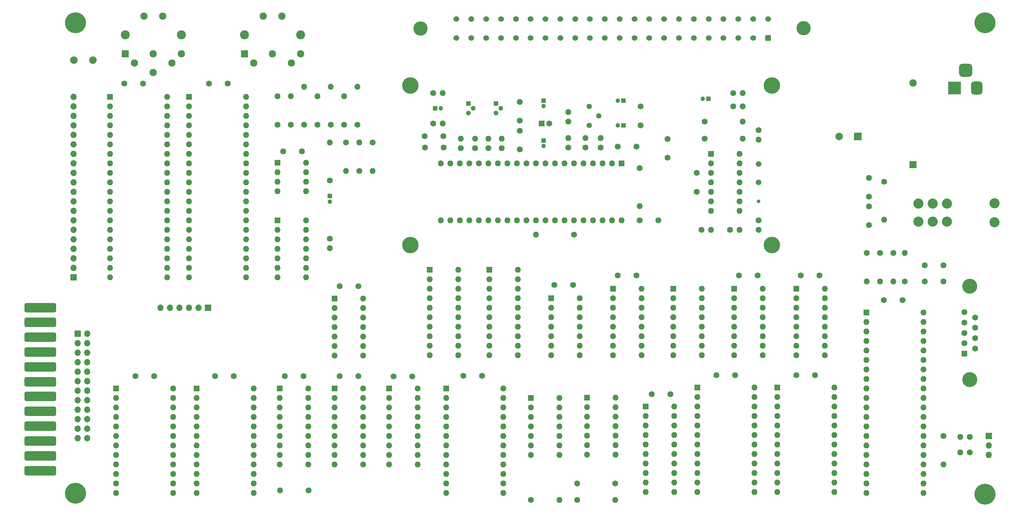
<source format=gbr>
%TF.GenerationSoftware,KiCad,Pcbnew,(6.0.4-0)*%
%TF.CreationDate,2022-05-16T08:16:05-04:00*%
%TF.ProjectId,VIC20Reloaded-1.1-002,56494332-3052-4656-9c6f-616465642d31,1.1-002D*%
%TF.SameCoordinates,Original*%
%TF.FileFunction,Soldermask,Top*%
%TF.FilePolarity,Negative*%
%FSLAX46Y46*%
G04 Gerber Fmt 4.6, Leading zero omitted, Abs format (unit mm)*
G04 Created by KiCad (PCBNEW (6.0.4-0)) date 2022-05-16 08:16:05*
%MOMM*%
%LPD*%
G01*
G04 APERTURE LIST*
G04 Aperture macros list*
%AMRoundRect*
0 Rectangle with rounded corners*
0 $1 Rounding radius*
0 $2 $3 $4 $5 $6 $7 $8 $9 X,Y pos of 4 corners*
0 Add a 4 corners polygon primitive as box body*
4,1,4,$2,$3,$4,$5,$6,$7,$8,$9,$2,$3,0*
0 Add four circle primitives for the rounded corners*
1,1,$1+$1,$2,$3*
1,1,$1+$1,$4,$5*
1,1,$1+$1,$6,$7*
1,1,$1+$1,$8,$9*
0 Add four rect primitives between the rounded corners*
20,1,$1+$1,$2,$3,$4,$5,0*
20,1,$1+$1,$4,$5,$6,$7,0*
20,1,$1+$1,$6,$7,$8,$9,0*
20,1,$1+$1,$8,$9,$2,$3,0*%
G04 Aperture macros list end*
%ADD10C,1.600000*%
%ADD11R,1.200000X1.200000*%
%ADD12C,1.200000*%
%ADD13R,1.600000X1.600000*%
%ADD14O,1.600000X1.600000*%
%ADD15RoundRect,0.444500X3.784600X-0.800100X3.784600X0.800100X-3.784600X0.800100X-3.784600X-0.800100X0*%
%ADD16C,2.400000*%
%ADD17R,1.950000X1.950000*%
%ADD18C,1.950000*%
%ADD19R,3.500000X3.500000*%
%ADD20RoundRect,0.750000X0.750000X1.000000X-0.750000X1.000000X-0.750000X-1.000000X0.750000X-1.000000X0*%
%ADD21RoundRect,0.875000X0.875000X0.875000X-0.875000X0.875000X-0.875000X-0.875000X0.875000X-0.875000X0*%
%ADD22R,1.700000X1.700000*%
%ADD23O,1.700000X1.700000*%
%ADD24R,1.300000X1.300000*%
%ADD25C,1.300000*%
%ADD26C,1.500000*%
%ADD27C,1.440000*%
%ADD28C,5.600000*%
%ADD29C,2.700000*%
%ADD30C,4.400000*%
%ADD31R,2.000000X2.000000*%
%ADD32C,2.000000*%
%ADD33C,1.000000*%
%ADD34C,4.000000*%
%ADD35R,1.980000X1.980000*%
%ADD36C,1.980000*%
%ADD37R,1.524000X1.524000*%
%ADD38C,1.524000*%
%ADD39C,3.810000*%
G04 APERTURE END LIST*
D10*
X218313000Y-67771000D03*
X218313000Y-72771000D03*
D11*
X177419000Y-48387000D03*
D12*
X177419000Y-49887000D03*
D11*
X221466000Y-47920000D03*
D12*
X219966000Y-47920000D03*
D11*
X198731000Y-48387000D03*
D12*
X197231000Y-48387000D03*
D10*
X203073000Y-80391000D03*
X208073000Y-80391000D03*
X145669000Y-57912000D03*
X150669000Y-57912000D03*
X197231000Y-60706000D03*
X202231000Y-60706000D03*
D11*
X177419000Y-59055000D03*
D12*
X177419000Y-60555000D03*
D10*
X171069000Y-61468000D03*
X171069000Y-56468000D03*
D13*
X176911000Y-54483000D03*
D10*
X178911000Y-54483000D03*
X113364000Y-122047000D03*
X108364000Y-122047000D03*
X284186000Y-92456000D03*
X279186000Y-92456000D03*
X284226000Y-96774000D03*
X279226000Y-96774000D03*
X142367000Y-122174000D03*
X137367000Y-122174000D03*
X127969000Y-122047000D03*
X122969000Y-122047000D03*
X73486000Y-122047000D03*
X68486000Y-122047000D03*
X128016000Y-98044000D03*
X123016000Y-98044000D03*
X161036000Y-121969000D03*
X156036000Y-121969000D03*
X251126000Y-95123000D03*
X246126000Y-95123000D03*
X88138000Y-43815000D03*
X93138000Y-43815000D03*
X70532000Y-43815000D03*
X65532000Y-43815000D03*
X112950000Y-61976000D03*
X107950000Y-61976000D03*
D11*
X120396000Y-73914000D03*
D12*
X120396000Y-75414000D03*
D10*
X94742000Y-122047000D03*
X89742000Y-122047000D03*
X180293000Y-97663000D03*
X185293000Y-97663000D03*
X210566000Y-63674000D03*
X210566000Y-58674000D03*
X203327000Y-54991000D03*
X203327000Y-49991000D03*
X291211000Y-138303000D03*
D14*
X288671000Y-138303000D03*
D10*
X291211000Y-142494000D03*
D14*
X288671000Y-142494000D03*
D10*
X220450000Y-58588000D03*
D14*
X230610000Y-58588000D03*
D10*
X219583000Y-82931000D03*
D14*
X222123000Y-82931000D03*
D10*
X120396000Y-69723000D03*
D14*
X120396000Y-59563000D03*
D10*
X184023000Y-60960000D03*
D14*
X184023000Y-58420000D03*
D10*
X185547000Y-84201000D03*
D14*
X175387000Y-84201000D03*
D10*
X120396000Y-85344000D03*
D14*
X120396000Y-87884000D03*
D10*
X186436000Y-155194000D03*
D14*
X196596000Y-155194000D03*
D10*
X196596000Y-150749000D03*
D14*
X186436000Y-150749000D03*
D15*
X43045000Y-103763800D03*
X43055000Y-107728200D03*
X43055000Y-111690600D03*
X43055000Y-115653000D03*
X43055000Y-119615400D03*
X43055000Y-123577800D03*
X43055000Y-127540200D03*
X43055000Y-131502600D03*
X43055000Y-135465000D03*
X43055000Y-139427400D03*
X43055000Y-143389800D03*
X43056000Y-147369000D03*
D16*
X80732000Y-30854000D03*
X65732000Y-30854000D03*
D17*
X65732000Y-35854000D03*
D18*
X68232000Y-38354000D03*
X73232000Y-35854000D03*
X78232000Y-38354000D03*
X80732000Y-35854000D03*
X73232000Y-40854000D03*
X75732000Y-25854000D03*
X70732000Y-25854000D03*
D19*
X287116000Y-45021500D03*
D20*
X293116000Y-45021500D03*
D21*
X290116000Y-40321500D03*
D22*
X51943000Y-95631000D03*
D23*
X51943000Y-93091000D03*
X51943000Y-90551000D03*
X51943000Y-88011000D03*
X51943000Y-85471000D03*
X51943000Y-82931000D03*
X51943000Y-80391000D03*
X51943000Y-77851000D03*
X51943000Y-75311000D03*
X51943000Y-72771000D03*
X51943000Y-70231000D03*
X51943000Y-67691000D03*
X51943000Y-65151000D03*
X51943000Y-62611000D03*
X51943000Y-60071000D03*
X51943000Y-57531000D03*
X51943000Y-54991000D03*
X51943000Y-52451000D03*
X51943000Y-49911000D03*
X51943000Y-47371000D03*
D24*
X164719000Y-49149000D03*
D25*
X165989000Y-50419000D03*
X164719000Y-51689000D03*
D10*
X263732000Y-89154000D03*
D14*
X263732000Y-96774000D03*
D10*
X267288000Y-89154000D03*
D14*
X267288000Y-96774000D03*
D10*
X270844000Y-89154000D03*
D14*
X270844000Y-96774000D03*
D10*
X228070000Y-46396000D03*
D14*
X230610000Y-46396000D03*
D10*
X228070000Y-49952000D03*
D14*
X230610000Y-49952000D03*
D10*
X234823000Y-56261000D03*
D14*
X234823000Y-58801000D03*
D10*
X155321000Y-61087000D03*
D14*
X155321000Y-58547000D03*
D10*
X188595000Y-60960000D03*
D14*
X188595000Y-58420000D03*
D10*
X162687000Y-61087000D03*
D14*
X162687000Y-58547000D03*
D10*
X159131000Y-61087000D03*
D14*
X159131000Y-58547000D03*
D10*
X273892000Y-96774000D03*
D14*
X273892000Y-89154000D03*
D10*
X174070000Y-155194000D03*
D14*
X181690000Y-155194000D03*
D10*
X106426000Y-54864000D03*
D14*
X106426000Y-47244000D03*
D10*
X284226000Y-138049000D03*
D14*
X284226000Y-145669000D03*
D10*
X131826000Y-59563000D03*
D14*
X131826000Y-67183000D03*
D10*
X128270000Y-67183000D03*
D14*
X128270000Y-59563000D03*
D10*
X124714000Y-59563000D03*
D14*
X124714000Y-67183000D03*
D10*
X147955000Y-54483000D03*
D14*
X150495000Y-54483000D03*
D10*
X234823000Y-80391000D03*
D14*
X234823000Y-82931000D03*
D10*
X114681000Y-152654000D03*
D14*
X107061000Y-152654000D03*
D10*
X147955000Y-46355000D03*
D14*
X150495000Y-46355000D03*
D13*
X84789000Y-125349000D03*
D14*
X84789000Y-127889000D03*
X84789000Y-130429000D03*
X84789000Y-132969000D03*
X84789000Y-135509000D03*
X84789000Y-138049000D03*
X84789000Y-140589000D03*
X84789000Y-143129000D03*
X84789000Y-145669000D03*
X84789000Y-148209000D03*
X84789000Y-150749000D03*
X84789000Y-153289000D03*
X100029000Y-153289000D03*
X100029000Y-150749000D03*
X100029000Y-148209000D03*
X100029000Y-145669000D03*
X100029000Y-143129000D03*
X100029000Y-140589000D03*
X100029000Y-138049000D03*
X100029000Y-135509000D03*
X100029000Y-132969000D03*
X100029000Y-130429000D03*
X100029000Y-127889000D03*
X100029000Y-125349000D03*
D13*
X63326000Y-125349000D03*
D14*
X63326000Y-127889000D03*
X63326000Y-130429000D03*
X63326000Y-132969000D03*
X63326000Y-135509000D03*
X63326000Y-138049000D03*
X63326000Y-140589000D03*
X63326000Y-143129000D03*
X63326000Y-145669000D03*
X63326000Y-148209000D03*
X63326000Y-150749000D03*
X63326000Y-153289000D03*
X78566000Y-153289000D03*
X78566000Y-150749000D03*
X78566000Y-148209000D03*
X78566000Y-145669000D03*
X78566000Y-143129000D03*
X78566000Y-140589000D03*
X78566000Y-138049000D03*
X78566000Y-135509000D03*
X78566000Y-132969000D03*
X78566000Y-130429000D03*
X78566000Y-127889000D03*
X78566000Y-125349000D03*
D13*
X61722000Y-47371000D03*
D14*
X61722000Y-49911000D03*
X61722000Y-52451000D03*
X61722000Y-54991000D03*
X61722000Y-57531000D03*
X61722000Y-60071000D03*
X61722000Y-62611000D03*
X61722000Y-65151000D03*
X61722000Y-67691000D03*
X61722000Y-70231000D03*
X61722000Y-72771000D03*
X61722000Y-75311000D03*
X61722000Y-77851000D03*
X61722000Y-80391000D03*
X61722000Y-82931000D03*
X61722000Y-85471000D03*
X61722000Y-88011000D03*
X61722000Y-90551000D03*
X61722000Y-93091000D03*
X61722000Y-95631000D03*
X76962000Y-95631000D03*
X76962000Y-93091000D03*
X76962000Y-90551000D03*
X76962000Y-88011000D03*
X76962000Y-85471000D03*
X76962000Y-82931000D03*
X76962000Y-80391000D03*
X76962000Y-77851000D03*
X76962000Y-75311000D03*
X76962000Y-72771000D03*
X76962000Y-70231000D03*
X76962000Y-67691000D03*
X76962000Y-65151000D03*
X76962000Y-62611000D03*
X76962000Y-60071000D03*
X76962000Y-57531000D03*
X76962000Y-54991000D03*
X76962000Y-52451000D03*
X76962000Y-49911000D03*
X76962000Y-47371000D03*
D13*
X82804000Y-47371000D03*
D14*
X82804000Y-49911000D03*
X82804000Y-52451000D03*
X82804000Y-54991000D03*
X82804000Y-57531000D03*
X82804000Y-60071000D03*
X82804000Y-62611000D03*
X82804000Y-65151000D03*
X82804000Y-67691000D03*
X82804000Y-70231000D03*
X82804000Y-72771000D03*
X82804000Y-75311000D03*
X82804000Y-77851000D03*
X82804000Y-80391000D03*
X82804000Y-82931000D03*
X82804000Y-85471000D03*
X82804000Y-88011000D03*
X82804000Y-90551000D03*
X82804000Y-93091000D03*
X82804000Y-95631000D03*
X98044000Y-95631000D03*
X98044000Y-93091000D03*
X98044000Y-90551000D03*
X98044000Y-88011000D03*
X98044000Y-85471000D03*
X98044000Y-82931000D03*
X98044000Y-80391000D03*
X98044000Y-77851000D03*
X98044000Y-75311000D03*
X98044000Y-72771000D03*
X98044000Y-70231000D03*
X98044000Y-67691000D03*
X98044000Y-65151000D03*
X98044000Y-62611000D03*
X98044000Y-60071000D03*
X98044000Y-57531000D03*
X98044000Y-54991000D03*
X98044000Y-52451000D03*
X98044000Y-49911000D03*
X98044000Y-47371000D03*
D13*
X106426000Y-65024000D03*
D14*
X106426000Y-67564000D03*
X106426000Y-70104000D03*
X106426000Y-72644000D03*
X114046000Y-72644000D03*
X114046000Y-70104000D03*
X114046000Y-67564000D03*
X114046000Y-65024000D03*
D13*
X198247000Y-65151000D03*
D14*
X195707000Y-65151000D03*
X193167000Y-65151000D03*
X190627000Y-65151000D03*
X188087000Y-65151000D03*
X185547000Y-65151000D03*
X183007000Y-65151000D03*
X180467000Y-65151000D03*
X177927000Y-65151000D03*
X175387000Y-65151000D03*
X172847000Y-65151000D03*
X170307000Y-65151000D03*
X167767000Y-65151000D03*
X165227000Y-65151000D03*
X162687000Y-65151000D03*
X160147000Y-65151000D03*
X157607000Y-65151000D03*
X155067000Y-65151000D03*
X152527000Y-65151000D03*
X149987000Y-65151000D03*
X149987000Y-80391000D03*
X152527000Y-80391000D03*
X155067000Y-80391000D03*
X157607000Y-80391000D03*
X160147000Y-80391000D03*
X162687000Y-80391000D03*
X165227000Y-80391000D03*
X167767000Y-80391000D03*
X170307000Y-80391000D03*
X172847000Y-80391000D03*
X175387000Y-80391000D03*
X177927000Y-80391000D03*
X180467000Y-80391000D03*
X183007000Y-80391000D03*
X185547000Y-80391000D03*
X188087000Y-80391000D03*
X190627000Y-80391000D03*
X193167000Y-80391000D03*
X195707000Y-80391000D03*
X198247000Y-80391000D03*
D13*
X222123000Y-62611000D03*
D14*
X222123000Y-65151000D03*
X222123000Y-67691000D03*
X222123000Y-70231000D03*
X222123000Y-72771000D03*
X222123000Y-75311000D03*
X222123000Y-77851000D03*
X229743000Y-77851000D03*
X229743000Y-75311000D03*
X229743000Y-72771000D03*
X229743000Y-70231000D03*
X229743000Y-67691000D03*
X229743000Y-65151000D03*
X229743000Y-62611000D03*
D13*
X244866000Y-98679000D03*
D14*
X244866000Y-101219000D03*
X244866000Y-103759000D03*
X244866000Y-106299000D03*
X244866000Y-108839000D03*
X244866000Y-111379000D03*
X244866000Y-113919000D03*
X244866000Y-116459000D03*
X252486000Y-116459000D03*
X252486000Y-113919000D03*
X252486000Y-111379000D03*
X252486000Y-108839000D03*
X252486000Y-106299000D03*
X252486000Y-103759000D03*
X252486000Y-101219000D03*
X252486000Y-98679000D03*
D13*
X151464000Y-125349000D03*
D14*
X151464000Y-127889000D03*
X151464000Y-130429000D03*
X151464000Y-132969000D03*
X151464000Y-135509000D03*
X151464000Y-138049000D03*
X151464000Y-140589000D03*
X151464000Y-143129000D03*
X151464000Y-145669000D03*
X151464000Y-148209000D03*
X151464000Y-150749000D03*
X151464000Y-153289000D03*
X166704000Y-153289000D03*
X166704000Y-150749000D03*
X166704000Y-148209000D03*
X166704000Y-145669000D03*
X166704000Y-143129000D03*
X166704000Y-140589000D03*
X166704000Y-138049000D03*
X166704000Y-135509000D03*
X166704000Y-132969000D03*
X166704000Y-130429000D03*
X166704000Y-127889000D03*
X166704000Y-125349000D03*
D13*
X228346000Y-98679000D03*
D14*
X228346000Y-101219000D03*
X228346000Y-103759000D03*
X228346000Y-106299000D03*
X228346000Y-108839000D03*
X228346000Y-111379000D03*
X228346000Y-113919000D03*
X228346000Y-116459000D03*
X235966000Y-116459000D03*
X235966000Y-113919000D03*
X235966000Y-111379000D03*
X235966000Y-108839000D03*
X235966000Y-106299000D03*
X235966000Y-103759000D03*
X235966000Y-101219000D03*
X235966000Y-98679000D03*
D13*
X162941000Y-93599000D03*
D14*
X162941000Y-96139000D03*
X162941000Y-98679000D03*
X162941000Y-101219000D03*
X162941000Y-103759000D03*
X162941000Y-106299000D03*
X162941000Y-108839000D03*
X162941000Y-111379000D03*
X162941000Y-113919000D03*
X162941000Y-116459000D03*
X170561000Y-116459000D03*
X170561000Y-113919000D03*
X170561000Y-111379000D03*
X170561000Y-108839000D03*
X170561000Y-106299000D03*
X170561000Y-103759000D03*
X170561000Y-101219000D03*
X170561000Y-98679000D03*
X170561000Y-96139000D03*
X170561000Y-93599000D03*
D13*
X263652000Y-105029000D03*
D14*
X263652000Y-107569000D03*
X263652000Y-110109000D03*
X263652000Y-112649000D03*
X263652000Y-115189000D03*
X263652000Y-117729000D03*
X263652000Y-120269000D03*
X263652000Y-122809000D03*
X263652000Y-125349000D03*
X263652000Y-127889000D03*
X263652000Y-130429000D03*
X263652000Y-132969000D03*
X263652000Y-135509000D03*
X263652000Y-138049000D03*
X263652000Y-140589000D03*
X263652000Y-143129000D03*
X263652000Y-145669000D03*
X263652000Y-148209000D03*
X263652000Y-150749000D03*
X263652000Y-153289000D03*
X278892000Y-153289000D03*
X278892000Y-150749000D03*
X278892000Y-148209000D03*
X278892000Y-145669000D03*
X278892000Y-143129000D03*
X278892000Y-140589000D03*
X278892000Y-138049000D03*
X278892000Y-135509000D03*
X278892000Y-132969000D03*
X278892000Y-130429000D03*
X278892000Y-127889000D03*
X278892000Y-125349000D03*
X278892000Y-122809000D03*
X278892000Y-120269000D03*
X278892000Y-117729000D03*
X278892000Y-115189000D03*
X278892000Y-112649000D03*
X278892000Y-110109000D03*
X278892000Y-107569000D03*
X278892000Y-105029000D03*
D13*
X204677000Y-130224000D03*
D14*
X204677000Y-132764000D03*
X204677000Y-135304000D03*
X204677000Y-137844000D03*
X204677000Y-140384000D03*
X204677000Y-142924000D03*
X204677000Y-145464000D03*
X204677000Y-148004000D03*
X204677000Y-150544000D03*
X204677000Y-153084000D03*
X212297000Y-153084000D03*
X212297000Y-150544000D03*
X212297000Y-148004000D03*
X212297000Y-145464000D03*
X212297000Y-142924000D03*
X212297000Y-140384000D03*
X212297000Y-137844000D03*
X212297000Y-135304000D03*
X212297000Y-132764000D03*
X212297000Y-130224000D03*
D13*
X212090000Y-98679000D03*
D14*
X212090000Y-101219000D03*
X212090000Y-103759000D03*
X212090000Y-106299000D03*
X212090000Y-108839000D03*
X212090000Y-111379000D03*
X212090000Y-113919000D03*
X212090000Y-116459000D03*
X219710000Y-116459000D03*
X219710000Y-113919000D03*
X219710000Y-111379000D03*
X219710000Y-108839000D03*
X219710000Y-106299000D03*
X219710000Y-103759000D03*
X219710000Y-101219000D03*
X219710000Y-98679000D03*
D13*
X121666000Y-101346000D03*
D14*
X121666000Y-103886000D03*
X121666000Y-106426000D03*
X121666000Y-108966000D03*
X121666000Y-111506000D03*
X121666000Y-114046000D03*
X121666000Y-116586000D03*
X129286000Y-116586000D03*
X129286000Y-114046000D03*
X129286000Y-111506000D03*
X129286000Y-108966000D03*
X129286000Y-106426000D03*
X129286000Y-103886000D03*
X129286000Y-101346000D03*
D13*
X107014000Y-125349000D03*
D14*
X107014000Y-127889000D03*
X107014000Y-130429000D03*
X107014000Y-132969000D03*
X107014000Y-135509000D03*
X107014000Y-138049000D03*
X107014000Y-140589000D03*
X107014000Y-143129000D03*
X107014000Y-145669000D03*
X114634000Y-145669000D03*
X114634000Y-143129000D03*
X114634000Y-140589000D03*
X114634000Y-138049000D03*
X114634000Y-135509000D03*
X114634000Y-132969000D03*
X114634000Y-130429000D03*
X114634000Y-127889000D03*
X114634000Y-125349000D03*
D13*
X136224000Y-125349000D03*
D14*
X136224000Y-127889000D03*
X136224000Y-130429000D03*
X136224000Y-132969000D03*
X136224000Y-135509000D03*
X136224000Y-138049000D03*
X136224000Y-140589000D03*
X136224000Y-143129000D03*
X136224000Y-145669000D03*
X143844000Y-145669000D03*
X143844000Y-143129000D03*
X143844000Y-140589000D03*
X143844000Y-138049000D03*
X143844000Y-135509000D03*
X143844000Y-132969000D03*
X143844000Y-130429000D03*
X143844000Y-127889000D03*
X143844000Y-125349000D03*
D13*
X121619000Y-125349000D03*
D14*
X121619000Y-127889000D03*
X121619000Y-130429000D03*
X121619000Y-132969000D03*
X121619000Y-135509000D03*
X121619000Y-138049000D03*
X121619000Y-140589000D03*
X121619000Y-143129000D03*
X121619000Y-145669000D03*
X129239000Y-145669000D03*
X129239000Y-143129000D03*
X129239000Y-140589000D03*
X129239000Y-138049000D03*
X129239000Y-135509000D03*
X129239000Y-132969000D03*
X129239000Y-130429000D03*
X129239000Y-127889000D03*
X129239000Y-125349000D03*
D13*
X195961000Y-98679000D03*
D14*
X195961000Y-101219000D03*
X195961000Y-103759000D03*
X195961000Y-106299000D03*
X195961000Y-108839000D03*
X195961000Y-111379000D03*
X195961000Y-113919000D03*
X195961000Y-116459000D03*
X203581000Y-116459000D03*
X203581000Y-113919000D03*
X203581000Y-111379000D03*
X203581000Y-108839000D03*
X203581000Y-106299000D03*
X203581000Y-103759000D03*
X203581000Y-101219000D03*
X203581000Y-98679000D03*
D10*
X220450000Y-54016000D03*
D14*
X230610000Y-54016000D03*
D10*
X166243000Y-61087000D03*
D14*
X166243000Y-58547000D03*
D10*
X203073000Y-66421000D03*
D14*
X203073000Y-76581000D03*
D10*
X192659000Y-60960000D03*
D14*
X192659000Y-58420000D03*
D10*
X273304000Y-101727000D03*
X268304000Y-101727000D03*
X206328000Y-126922000D03*
X211328000Y-126922000D03*
X145749000Y-60960000D03*
X150749000Y-60960000D03*
D11*
X148487000Y-50419000D03*
D12*
X149987000Y-50419000D03*
D10*
X171069000Y-48768000D03*
X171069000Y-53768000D03*
X184023000Y-53975000D03*
D14*
X184023000Y-51435000D03*
D24*
X157353000Y-49149000D03*
D25*
X158623000Y-50419000D03*
X157353000Y-51689000D03*
D11*
X198755000Y-54991000D03*
D12*
X197255000Y-54991000D03*
D10*
X234616000Y-95123000D03*
X229616000Y-95123000D03*
X120650000Y-54864000D03*
D14*
X120650000Y-44704000D03*
D10*
X127762000Y-54864000D03*
D14*
X127762000Y-44704000D03*
D10*
X113538000Y-54864000D03*
D14*
X113538000Y-44704000D03*
D10*
X117094000Y-54864000D03*
D14*
X117094000Y-47244000D03*
D10*
X124206000Y-54864000D03*
D14*
X124206000Y-47244000D03*
D10*
X109982000Y-54864000D03*
D14*
X109982000Y-47244000D03*
D16*
X112576000Y-30854000D03*
X97576000Y-30854000D03*
D17*
X97576000Y-35854000D03*
D18*
X105076000Y-35854000D03*
X112576000Y-35854000D03*
X100076000Y-38354000D03*
X110076000Y-38354000D03*
X107576000Y-25854000D03*
X102576000Y-25854000D03*
D26*
X234823000Y-70231000D03*
X234823000Y-65331000D03*
D27*
X189611000Y-49911000D03*
X192151000Y-52451000D03*
X189611000Y-54991000D03*
D28*
X52451000Y-27559000D03*
X52451000Y-153416000D03*
X295275000Y-27559000D03*
D22*
X296291000Y-138049000D03*
D23*
X296291000Y-140589000D03*
X296291000Y-143129000D03*
D29*
X285115000Y-80759000D03*
X281305000Y-80759000D03*
X277495000Y-80759000D03*
X285115000Y-75959000D03*
X281305000Y-75959000D03*
X277495000Y-75959000D03*
X297815000Y-80899000D03*
X297815000Y-75819000D03*
D30*
X238379000Y-44323000D03*
X238379000Y-86995000D03*
D10*
X227203000Y-82931000D03*
D14*
X229743000Y-82931000D03*
D10*
X264287000Y-69088000D03*
X264287000Y-74088000D03*
X264287000Y-81708000D03*
X264287000Y-76708000D03*
D31*
X261366000Y-57959000D03*
D32*
X256366000Y-57959000D03*
D10*
X268351000Y-70104000D03*
D14*
X268351000Y-80264000D03*
D30*
X141859000Y-44323000D03*
D13*
X147066000Y-93599000D03*
D14*
X147066000Y-96139000D03*
X147066000Y-98679000D03*
X147066000Y-101219000D03*
X147066000Y-103759000D03*
X147066000Y-106299000D03*
X147066000Y-108839000D03*
X147066000Y-111379000D03*
X147066000Y-113919000D03*
X147066000Y-116459000D03*
X154686000Y-116459000D03*
X154686000Y-113919000D03*
X154686000Y-111379000D03*
X154686000Y-108839000D03*
X154686000Y-106299000D03*
X154686000Y-103759000D03*
X154686000Y-101219000D03*
X154686000Y-98679000D03*
X154686000Y-96139000D03*
X154686000Y-93599000D03*
D33*
X234823000Y-75311000D03*
D22*
X87884000Y-103759000D03*
D23*
X85344000Y-103759000D03*
X82804000Y-103759000D03*
X80264000Y-103759000D03*
X77724000Y-103759000D03*
X75184000Y-103759000D03*
D30*
X141859000Y-86995000D03*
D28*
X295275000Y-153670000D03*
D10*
X197271000Y-95123000D03*
X202271000Y-95123000D03*
D13*
X239856000Y-125144000D03*
D14*
X239856000Y-127684000D03*
X239856000Y-130224000D03*
X239856000Y-132764000D03*
X239856000Y-135304000D03*
X239856000Y-137844000D03*
X239856000Y-140384000D03*
X239856000Y-142924000D03*
X239856000Y-145464000D03*
X239856000Y-148004000D03*
X239856000Y-150544000D03*
X239856000Y-153084000D03*
X255096000Y-153084000D03*
X255096000Y-150544000D03*
X255096000Y-148004000D03*
X255096000Y-145464000D03*
X255096000Y-142924000D03*
X255096000Y-140384000D03*
X255096000Y-137844000D03*
X255096000Y-135304000D03*
X255096000Y-132764000D03*
X255096000Y-130224000D03*
X255096000Y-127684000D03*
X255096000Y-125144000D03*
D10*
X249936000Y-121842000D03*
X244936000Y-121842000D03*
X228600000Y-121842000D03*
X223600000Y-121842000D03*
D13*
X218520000Y-125144000D03*
D14*
X218520000Y-127684000D03*
X218520000Y-130224000D03*
X218520000Y-132764000D03*
X218520000Y-135304000D03*
X218520000Y-137844000D03*
X218520000Y-140384000D03*
X218520000Y-142924000D03*
X218520000Y-145464000D03*
X218520000Y-148004000D03*
X218520000Y-150544000D03*
X218520000Y-153084000D03*
X233760000Y-153084000D03*
X233760000Y-150544000D03*
X233760000Y-148004000D03*
X233760000Y-145464000D03*
X233760000Y-142924000D03*
X233760000Y-140384000D03*
X233760000Y-137844000D03*
X233760000Y-135304000D03*
X233760000Y-132764000D03*
X233760000Y-130224000D03*
X233760000Y-127684000D03*
X233760000Y-125144000D03*
D34*
X291211000Y-98044000D03*
X291211000Y-123044000D03*
D13*
X289791000Y-116084000D03*
D10*
X289791000Y-113314000D03*
X289791000Y-110544000D03*
X289791000Y-107774000D03*
X289791000Y-105004000D03*
X292631000Y-114699000D03*
X292631000Y-111929000D03*
X292631000Y-109159000D03*
X292631000Y-106389000D03*
D13*
X179451000Y-101219000D03*
D14*
X179451000Y-103759000D03*
X179451000Y-106299000D03*
X179451000Y-108839000D03*
X179451000Y-111379000D03*
X179451000Y-113919000D03*
X179451000Y-116459000D03*
X187071000Y-116459000D03*
X187071000Y-113919000D03*
X187071000Y-111379000D03*
X187071000Y-108839000D03*
X187071000Y-106299000D03*
X187071000Y-103759000D03*
X187071000Y-101219000D03*
D32*
X52070000Y-37582000D03*
X57150000Y-37592000D03*
D13*
X189056000Y-127811000D03*
D14*
X189056000Y-130351000D03*
X189056000Y-132891000D03*
X189056000Y-135431000D03*
X189056000Y-137971000D03*
X189056000Y-140511000D03*
X189056000Y-143051000D03*
X196676000Y-143051000D03*
X196676000Y-140511000D03*
X196676000Y-137971000D03*
X196676000Y-135431000D03*
X196676000Y-132891000D03*
X196676000Y-130351000D03*
X196676000Y-127811000D03*
D22*
X53086000Y-110744000D03*
D23*
X55626000Y-110744000D03*
X53086000Y-113284000D03*
X55626000Y-113284000D03*
X53086000Y-115824000D03*
X55626000Y-115824000D03*
X53086000Y-118364000D03*
X55626000Y-118364000D03*
X53086000Y-120904000D03*
X55626000Y-120904000D03*
X53086000Y-123444000D03*
X55626000Y-123444000D03*
X53086000Y-125984000D03*
X55626000Y-125984000D03*
X53086000Y-128524000D03*
X55626000Y-128524000D03*
X53086000Y-131064000D03*
X55626000Y-131064000D03*
X53086000Y-133604000D03*
X55626000Y-133604000D03*
X53086000Y-136144000D03*
X55626000Y-136144000D03*
X53086000Y-138684000D03*
X55626000Y-138684000D03*
D35*
X276098000Y-65528000D03*
D36*
X276098000Y-43688000D03*
D13*
X106426000Y-80391000D03*
D14*
X106426000Y-82931000D03*
X106426000Y-85471000D03*
X106426000Y-88011000D03*
X106426000Y-90551000D03*
X106426000Y-93091000D03*
X106426000Y-95631000D03*
X114046000Y-95631000D03*
X114046000Y-93091000D03*
X114046000Y-90551000D03*
X114046000Y-88011000D03*
X114046000Y-85471000D03*
X114046000Y-82931000D03*
X114046000Y-80391000D03*
D13*
X174070000Y-127889000D03*
D14*
X174070000Y-130429000D03*
X174070000Y-132969000D03*
X174070000Y-135509000D03*
X174070000Y-138049000D03*
X174070000Y-140589000D03*
X174070000Y-143129000D03*
X181690000Y-143129000D03*
X181690000Y-140589000D03*
X181690000Y-138049000D03*
X181690000Y-135509000D03*
X181690000Y-132969000D03*
X181690000Y-130429000D03*
X181690000Y-127889000D03*
D37*
X237338000Y-31623000D03*
D38*
X237338000Y-26543000D03*
X233378000Y-31623000D03*
X233378000Y-26543000D03*
X229418000Y-31623000D03*
X229418000Y-26543000D03*
X225458000Y-31623000D03*
X225458000Y-26543000D03*
X221498000Y-31623000D03*
X221498000Y-26543000D03*
X217538000Y-31623000D03*
X217538000Y-26543000D03*
X213578000Y-31623000D03*
X213578000Y-26543000D03*
X209618000Y-31623000D03*
X209618000Y-26543000D03*
X205658000Y-31623000D03*
X205658000Y-26543000D03*
X201698000Y-31623000D03*
X201698000Y-26543000D03*
X197738000Y-31623000D03*
X197738000Y-26543000D03*
X193778000Y-31623000D03*
X193778000Y-26543000D03*
X189818000Y-31623000D03*
X189818000Y-26543000D03*
X185858000Y-31623000D03*
X185858000Y-26543000D03*
X181898000Y-31623000D03*
X181898000Y-26543000D03*
X177938000Y-31623000D03*
X177938000Y-26543000D03*
X173978000Y-31623000D03*
X173978000Y-26543000D03*
X170018000Y-31623000D03*
X170018000Y-26543000D03*
X166058000Y-31623000D03*
X166058000Y-26543000D03*
X162098000Y-31623000D03*
X162098000Y-26543000D03*
X158138000Y-31623000D03*
X158138000Y-26543000D03*
X154178000Y-31623000D03*
X154178000Y-26543000D03*
D39*
X246882500Y-29019500D03*
X144601500Y-29083000D03*
M02*

</source>
